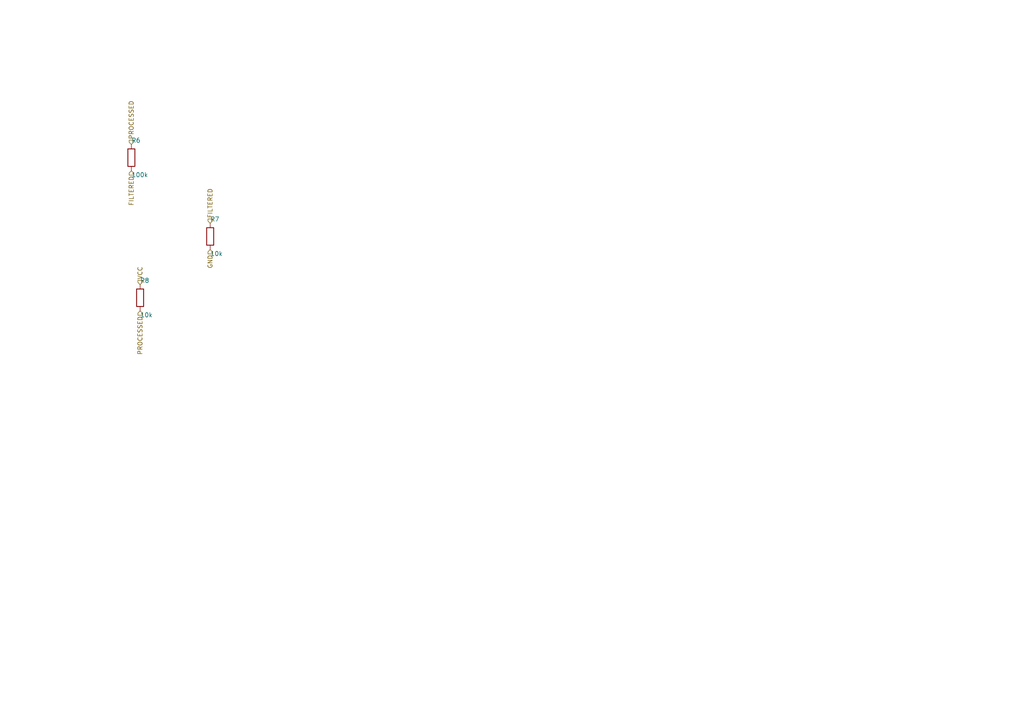
<source format=kicad_sch>
(kicad_sch (version 20250114) (generator "kicad_api") (generator_version "9.0")
  (paper "A4")
  (lib_symbols
    (symbol "Device:R" (pin_numbers hide) (pin_names (offset 0.254))
      (property "Reference" "R" (at 0 0 0))
      (property "Value" "R" (at 0 -2.54 0))
      (symbol "R_0_1"
        (rectangle (start -1.016 -2.54) (end 1.016 2.54) (stroke (width 0.254)))
      )
      (symbol "R_1_1"
        (pin passive line (at 0.0 3.81 270.0) (length 1.27) (name ~) (number "1"))
        (pin passive line (at 0.0 -3.81 90.0) (length 1.27) (name ~) (number "2"))
      )
    )
  )
  (title_block (title amplifier_stage) (date 2025-08-04) (company Circuit-Synth))
  (symbol (lib_id "Device:R") (at 38.1 45.72 0) (unit 1)
    (property "Reference" "R6" (at 38.1 40.72 0) (effects (justify left)))
    (property "Value" "100k" (at 38.1 50.72 0) (effects (justify left)))
    (property "Footprint" "Resistor_SMD:R_0603_1608Metric" (effects (hide yes)))
  )
  (symbol (lib_id "Device:R") (at 60.96 68.58 0) (unit 1)
    (property "Reference" "R7" (at 60.96 63.58 0) (effects (justify left)))
    (property "Value" "10k" (at 60.96 73.58 0) (effects (justify left)))
    (property "Footprint" "Resistor_SMD:R_0603_1608Metric" (effects (hide yes)))
  )
  (symbol (lib_id "Device:R") (at 40.64 86.36 0) (unit 1)
    (property "Reference" "R8" (at 40.64 81.36 0) (effects (justify left)))
    (property "Value" "10k" (at 40.64 91.36 0) (effects (justify left)))
    (property "Footprint" "Resistor_SMD:R_0603_1608Metric" (effects (hide yes)))
  )
  (hierarchical_label PROCESSED (shape input) (at 38.1 41.91 90))
  (hierarchical_label PROCESSED (shape input) (at 40.64 90.17 270))
  (hierarchical_label FILTERED (shape input) (at 38.1 49.53 270))
  (hierarchical_label FILTERED (shape input) (at 60.96 64.77 90))
  (hierarchical_label GND (shape input) (at 60.96 72.39 270))
  (hierarchical_label VCC (shape input) (at 40.64 82.55 90))
)
</source>
